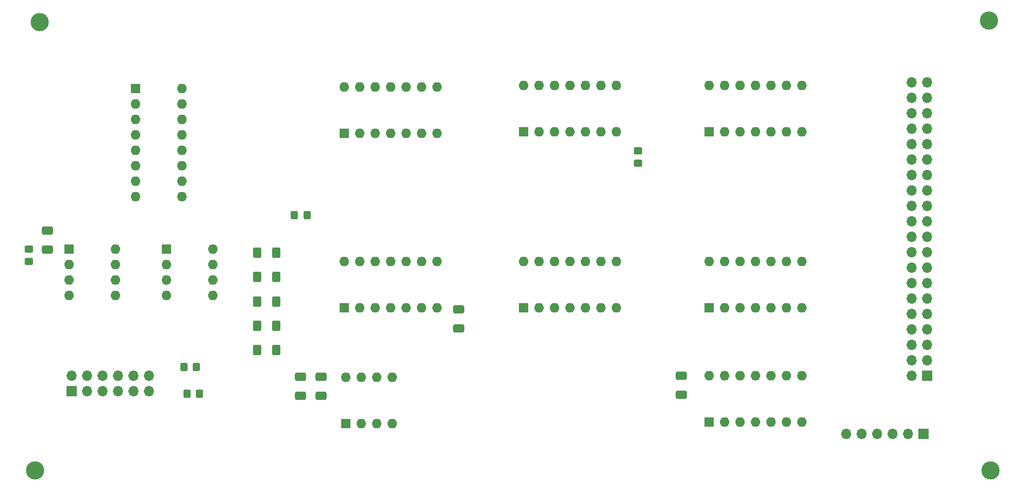
<source format=gbr>
%TF.GenerationSoftware,KiCad,Pcbnew,8.0.1*%
%TF.CreationDate,2024-04-03T15:50:24+05:30*%
%TF.ProjectId,FinalCircuit,46696e61-6c43-4697-9263-7569742e6b69,rev?*%
%TF.SameCoordinates,Original*%
%TF.FileFunction,Soldermask,Top*%
%TF.FilePolarity,Negative*%
%FSLAX46Y46*%
G04 Gerber Fmt 4.6, Leading zero omitted, Abs format (unit mm)*
G04 Created by KiCad (PCBNEW 8.0.1) date 2024-04-03 15:50:24*
%MOMM*%
%LPD*%
G01*
G04 APERTURE LIST*
G04 Aperture macros list*
%AMRoundRect*
0 Rectangle with rounded corners*
0 $1 Rounding radius*
0 $2 $3 $4 $5 $6 $7 $8 $9 X,Y pos of 4 corners*
0 Add a 4 corners polygon primitive as box body*
4,1,4,$2,$3,$4,$5,$6,$7,$8,$9,$2,$3,0*
0 Add four circle primitives for the rounded corners*
1,1,$1+$1,$2,$3*
1,1,$1+$1,$4,$5*
1,1,$1+$1,$6,$7*
1,1,$1+$1,$8,$9*
0 Add four rect primitives between the rounded corners*
20,1,$1+$1,$2,$3,$4,$5,0*
20,1,$1+$1,$4,$5,$6,$7,0*
20,1,$1+$1,$6,$7,$8,$9,0*
20,1,$1+$1,$8,$9,$2,$3,0*%
G04 Aperture macros list end*
%ADD10R,1.600000X1.600000*%
%ADD11O,1.600000X1.600000*%
%ADD12R,1.700000X1.700000*%
%ADD13O,1.700000X1.700000*%
%ADD14C,3.000000*%
%ADD15RoundRect,0.250000X-0.450000X0.325000X-0.450000X-0.325000X0.450000X-0.325000X0.450000X0.325000X0*%
%ADD16RoundRect,0.250000X-0.650000X0.412500X-0.650000X-0.412500X0.650000X-0.412500X0.650000X0.412500X0*%
%ADD17RoundRect,0.250000X0.650000X-0.412500X0.650000X0.412500X-0.650000X0.412500X-0.650000X-0.412500X0*%
%ADD18RoundRect,0.250000X0.400000X0.625000X-0.400000X0.625000X-0.400000X-0.625000X0.400000X-0.625000X0*%
%ADD19RoundRect,0.250000X0.325000X0.450000X-0.325000X0.450000X-0.325000X-0.450000X0.325000X-0.450000X0*%
G04 APERTURE END LIST*
D10*
%TO.C,U10*%
X204724000Y-54356000D03*
D11*
X207264000Y-54356000D03*
X209804000Y-54356000D03*
X212344000Y-54356000D03*
X214884000Y-54356000D03*
X217424000Y-54356000D03*
X219964000Y-54356000D03*
X219964000Y-46736000D03*
X217424000Y-46736000D03*
X214884000Y-46736000D03*
X212344000Y-46736000D03*
X209804000Y-46736000D03*
X207264000Y-46736000D03*
X204724000Y-46736000D03*
%TD*%
D12*
%TO.C,J2*%
X100000000Y-97000000D03*
D13*
X100000000Y-94460000D03*
X102540000Y-97000000D03*
X102540000Y-94460000D03*
X105080000Y-97000000D03*
X105080000Y-94460000D03*
X107620000Y-97000000D03*
X107620000Y-94460000D03*
X110160000Y-97000000D03*
X110160000Y-94460000D03*
X112700000Y-97000000D03*
X112700000Y-94460000D03*
%TD*%
D14*
%TO.C,H2*%
X94000000Y-110000000D03*
%TD*%
D15*
%TO.C,FB6*%
X193040000Y-57475000D03*
X193040000Y-59525000D03*
%TD*%
D14*
%TO.C,H1*%
X94742000Y-36322000D03*
%TD*%
D10*
%TO.C,U6*%
X144775000Y-54600000D03*
D11*
X147315000Y-54600000D03*
X149855000Y-54600000D03*
X152395000Y-54600000D03*
X154935000Y-54600000D03*
X157475000Y-54600000D03*
X160015000Y-54600000D03*
X160015000Y-46980000D03*
X157475000Y-46980000D03*
X154935000Y-46980000D03*
X152395000Y-46980000D03*
X149855000Y-46980000D03*
X147315000Y-46980000D03*
X144775000Y-46980000D03*
%TD*%
D10*
%TO.C,U11*%
X174244000Y-54356000D03*
D11*
X176784000Y-54356000D03*
X179324000Y-54356000D03*
X181864000Y-54356000D03*
X184404000Y-54356000D03*
X186944000Y-54356000D03*
X189484000Y-54356000D03*
X189484000Y-46736000D03*
X186944000Y-46736000D03*
X184404000Y-46736000D03*
X181864000Y-46736000D03*
X179324000Y-46736000D03*
X176784000Y-46736000D03*
X174244000Y-46736000D03*
%TD*%
D16*
%TO.C,C5*%
X140970000Y-94665000D03*
X140970000Y-97790000D03*
%TD*%
D10*
%TO.C,U3*%
X110490000Y-47244000D03*
D11*
X110490000Y-49784000D03*
X110490000Y-52324000D03*
X110490000Y-54864000D03*
X110490000Y-57404000D03*
X110490000Y-59944000D03*
X110490000Y-62484000D03*
X110490000Y-65024000D03*
X118110000Y-65024000D03*
X118110000Y-62484000D03*
X118110000Y-59944000D03*
X118110000Y-57404000D03*
X118110000Y-54864000D03*
X118110000Y-52324000D03*
X118110000Y-49784000D03*
X118110000Y-47244000D03*
%TD*%
D10*
%TO.C,U4*%
X99568000Y-73660000D03*
D11*
X99568000Y-76200000D03*
X99568000Y-78740000D03*
X99568000Y-81280000D03*
X107188000Y-81280000D03*
X107188000Y-78740000D03*
X107188000Y-76200000D03*
X107188000Y-73660000D03*
%TD*%
D17*
%TO.C,C14*%
X96012000Y-73698500D03*
X96012000Y-70573500D03*
%TD*%
D16*
%TO.C,C11*%
X200152000Y-94449500D03*
X200152000Y-97574500D03*
%TD*%
D18*
%TO.C,R2*%
X133630000Y-86232000D03*
X130530000Y-86232000D03*
%TD*%
D10*
%TO.C,U1*%
X115580000Y-73660000D03*
D11*
X115580000Y-76200000D03*
X115580000Y-78740000D03*
X115580000Y-81280000D03*
X123200000Y-81280000D03*
X123200000Y-78740000D03*
X123200000Y-76200000D03*
X123200000Y-73660000D03*
%TD*%
D18*
%TO.C,R5*%
X133630000Y-74232000D03*
X130530000Y-74232000D03*
%TD*%
%TO.C,R1*%
X133630000Y-90232000D03*
X130530000Y-90232000D03*
%TD*%
D10*
%TO.C,U9*%
X204724000Y-83312000D03*
D11*
X207264000Y-83312000D03*
X209804000Y-83312000D03*
X212344000Y-83312000D03*
X214884000Y-83312000D03*
X217424000Y-83312000D03*
X219964000Y-83312000D03*
X219964000Y-75692000D03*
X217424000Y-75692000D03*
X214884000Y-75692000D03*
X212344000Y-75692000D03*
X209804000Y-75692000D03*
X207264000Y-75692000D03*
X204724000Y-75692000D03*
%TD*%
D16*
%TO.C,C6*%
X137620000Y-94665000D03*
X137620000Y-97790000D03*
%TD*%
D19*
%TO.C,FB8*%
X120525000Y-93000000D03*
X118475000Y-93000000D03*
%TD*%
D15*
%TO.C,FB5*%
X92964000Y-73651000D03*
X92964000Y-75701000D03*
%TD*%
D10*
%TO.C,U7*%
X174244000Y-83312000D03*
D11*
X176784000Y-83312000D03*
X179324000Y-83312000D03*
X181864000Y-83312000D03*
X184404000Y-83312000D03*
X186944000Y-83312000D03*
X189484000Y-83312000D03*
X189484000Y-75692000D03*
X186944000Y-75692000D03*
X184404000Y-75692000D03*
X181864000Y-75692000D03*
X179324000Y-75692000D03*
X176784000Y-75692000D03*
X174244000Y-75692000D03*
%TD*%
D19*
%TO.C,FB9*%
X121025000Y-97400000D03*
X118975000Y-97400000D03*
%TD*%
D12*
%TO.C,J3*%
X240000000Y-104000000D03*
D13*
X237460000Y-104000000D03*
X234920000Y-104000000D03*
X232380000Y-104000000D03*
X229840000Y-104000000D03*
X227300000Y-104000000D03*
%TD*%
D17*
%TO.C,C15*%
X163576000Y-86652500D03*
X163576000Y-83527500D03*
%TD*%
D14*
%TO.C,H4*%
X251000000Y-110000000D03*
%TD*%
D10*
%TO.C,U8*%
X204724000Y-102108000D03*
D11*
X207264000Y-102108000D03*
X209804000Y-102108000D03*
X212344000Y-102108000D03*
X214884000Y-102108000D03*
X217424000Y-102108000D03*
X219964000Y-102108000D03*
X219964000Y-94488000D03*
X217424000Y-94488000D03*
X214884000Y-94488000D03*
X212344000Y-94488000D03*
X209804000Y-94488000D03*
X207264000Y-94488000D03*
X204724000Y-94488000D03*
%TD*%
D10*
%TO.C,U5*%
X144780000Y-83312000D03*
D11*
X147320000Y-83312000D03*
X149860000Y-83312000D03*
X152400000Y-83312000D03*
X154940000Y-83312000D03*
X157480000Y-83312000D03*
X160020000Y-83312000D03*
X160020000Y-75692000D03*
X157480000Y-75692000D03*
X154940000Y-75692000D03*
X152400000Y-75692000D03*
X149860000Y-75692000D03*
X147320000Y-75692000D03*
X144780000Y-75692000D03*
%TD*%
D14*
%TO.C,H3*%
X250698000Y-36068000D03*
%TD*%
D18*
%TO.C,R4*%
X133630000Y-78232000D03*
X130530000Y-78232000D03*
%TD*%
D19*
%TO.C,FB3*%
X138693000Y-68072000D03*
X136643000Y-68072000D03*
%TD*%
D10*
%TO.C,U2*%
X145044000Y-102352000D03*
D11*
X147584000Y-102352000D03*
X150124000Y-102352000D03*
X152664000Y-102352000D03*
X152664000Y-94732000D03*
X150124000Y-94732000D03*
X147584000Y-94732000D03*
X145044000Y-94732000D03*
%TD*%
D18*
%TO.C,R3*%
X133630000Y-82232000D03*
X130530000Y-82232000D03*
%TD*%
D12*
%TO.C,J1*%
X240538000Y-94437200D03*
D13*
X237998000Y-94437200D03*
X240538000Y-91897200D03*
X237998000Y-91897200D03*
X240538000Y-89357200D03*
X237998000Y-89357200D03*
X240538000Y-86817200D03*
X237998000Y-86817200D03*
X240538000Y-84277200D03*
X237998000Y-84277200D03*
X240538000Y-81737200D03*
X237998000Y-81737200D03*
X240538000Y-79197200D03*
X237998000Y-79197200D03*
X240538000Y-76657200D03*
X237998000Y-76657200D03*
X240538000Y-74117200D03*
X237998000Y-74117200D03*
X240538000Y-71577200D03*
X237998000Y-71577200D03*
X240538000Y-69037200D03*
X237998000Y-69037200D03*
X240538000Y-66497200D03*
X237998000Y-66497200D03*
X240538000Y-63957200D03*
X237998000Y-63957200D03*
X240538000Y-61417200D03*
X237998000Y-61417200D03*
X240538000Y-58877200D03*
X237998000Y-58877200D03*
X240538000Y-56337200D03*
X237998000Y-56337200D03*
X240538000Y-53797200D03*
X237998000Y-53797200D03*
X240538000Y-51257200D03*
X237998000Y-51257200D03*
X240538000Y-48717200D03*
X237998000Y-48717200D03*
X240538000Y-46177200D03*
X237998000Y-46177200D03*
%TD*%
M02*

</source>
